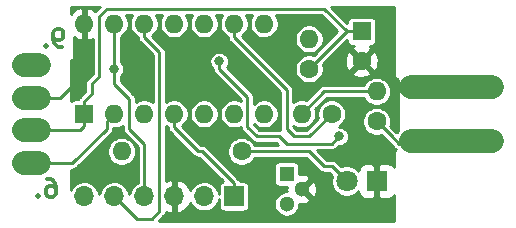
<source format=gbr>
G04 #@! TF.GenerationSoftware,KiCad,Pcbnew,(5.1.5)-3*
G04 #@! TF.CreationDate,2022-03-24T10:50:37-07:00*
G04 #@! TF.ProjectId,wiijoy,7769696a-6f79-42e6-9b69-6361645f7063,rev?*
G04 #@! TF.SameCoordinates,Original*
G04 #@! TF.FileFunction,Copper,L2,Bot*
G04 #@! TF.FilePolarity,Positive*
%FSLAX46Y46*%
G04 Gerber Fmt 4.6, Leading zero omitted, Abs format (unit mm)*
G04 Created by KiCad (PCBNEW (5.1.5)-3) date 2022-03-24 10:50:37*
%MOMM*%
%LPD*%
G04 APERTURE LIST*
%ADD10C,0.300000*%
%ADD11R,1.300000X1.300000*%
%ADD12C,1.300000*%
%ADD13O,1.600000X1.600000*%
%ADD14C,1.600000*%
%ADD15O,1.700000X1.700000*%
%ADD16R,1.700000X1.700000*%
%ADD17R,1.600000X1.600000*%
%ADD18C,1.800000*%
%ADD19R,1.800000X1.800000*%
%ADD20C,0.800000*%
%ADD21C,2.000000*%
%ADD22C,0.250000*%
%ADD23C,0.254000*%
G04 APERTURE END LIST*
D10*
X141841457Y-97782771D02*
X141555742Y-97782771D01*
X141412885Y-97711342D01*
X141341457Y-97639914D01*
X141198600Y-97425628D01*
X141127171Y-97139914D01*
X141127171Y-96568485D01*
X141198600Y-96425628D01*
X141270028Y-96354200D01*
X141412885Y-96282771D01*
X141698600Y-96282771D01*
X141841457Y-96354200D01*
X141912885Y-96425628D01*
X141984314Y-96568485D01*
X141984314Y-96925628D01*
X141912885Y-97068485D01*
X141841457Y-97139914D01*
X141698600Y-97211342D01*
X141412885Y-97211342D01*
X141270028Y-97139914D01*
X141198600Y-97068485D01*
X141127171Y-96925628D01*
X140484314Y-97639914D02*
X140412885Y-97711342D01*
X140484314Y-97782771D01*
X140555742Y-97711342D01*
X140484314Y-97639914D01*
X140484314Y-97782771D01*
X140635028Y-108982771D02*
X140920742Y-108982771D01*
X141063600Y-109054200D01*
X141135028Y-109125628D01*
X141277885Y-109339914D01*
X141349314Y-109625628D01*
X141349314Y-110197057D01*
X141277885Y-110339914D01*
X141206457Y-110411342D01*
X141063600Y-110482771D01*
X140777885Y-110482771D01*
X140635028Y-110411342D01*
X140563600Y-110339914D01*
X140492171Y-110197057D01*
X140492171Y-109839914D01*
X140563600Y-109697057D01*
X140635028Y-109625628D01*
X140777885Y-109554200D01*
X141063600Y-109554200D01*
X141206457Y-109625628D01*
X141277885Y-109697057D01*
X141349314Y-109839914D01*
X139849314Y-110339914D02*
X139777885Y-110411342D01*
X139849314Y-110482771D01*
X139920742Y-110411342D01*
X139849314Y-110339914D01*
X139849314Y-110482771D01*
D11*
X160883600Y-108534200D03*
D12*
X160883600Y-111074200D03*
X162153600Y-109804200D03*
D13*
X168503600Y-101549200D03*
D14*
X168503600Y-104089200D03*
D13*
X146913600Y-106629200D03*
D14*
X157073600Y-106629200D03*
D15*
X143738600Y-110439200D03*
X146278600Y-110439200D03*
X148818600Y-110439200D03*
X151358600Y-110439200D03*
X153898600Y-110439200D03*
D16*
X156438600Y-110439200D03*
D13*
X143738600Y-95834200D03*
X158978600Y-103454200D03*
X146278600Y-95834200D03*
X156438600Y-103454200D03*
X148818600Y-95834200D03*
X153898600Y-103454200D03*
X151358600Y-95834200D03*
X151358600Y-103454200D03*
X153898600Y-95834200D03*
X148818600Y-103454200D03*
X156438600Y-95834200D03*
X146278600Y-103454200D03*
X158978600Y-95834200D03*
D17*
X143738600Y-103454200D03*
D13*
X162788600Y-97104200D03*
D14*
X162788600Y-99644200D03*
D13*
X162153600Y-103454200D03*
D14*
X164693600Y-103454200D03*
D18*
X165963600Y-109147229D03*
D19*
X168503600Y-109147229D03*
D14*
X167233600Y-98969200D03*
D17*
X167233600Y-96469200D03*
D20*
X148818600Y-99009200D03*
X147548600Y-109169200D03*
X152146000Y-107746800D03*
X155092400Y-105283000D03*
X161137600Y-98602800D03*
X155168600Y-99009200D03*
X165328600Y-105359200D03*
X146278600Y-99644200D03*
D21*
X138658600Y-99304200D02*
X139928600Y-99304200D01*
D22*
X164058600Y-101549200D02*
X162153600Y-103454200D01*
X164058600Y-101549200D02*
X168503600Y-101549200D01*
D21*
X138658600Y-104844200D02*
X139928600Y-104844200D01*
D22*
X143738600Y-104504200D02*
X143738600Y-103454200D01*
X143398600Y-104844200D02*
X143738600Y-104504200D01*
X139928600Y-104844200D02*
X143398600Y-104844200D01*
X162788600Y-99229200D02*
X162788600Y-99644200D01*
X165963600Y-96469200D02*
X167233600Y-96469200D01*
X162788600Y-99644200D02*
X165963600Y-96469200D01*
X143738600Y-102404200D02*
X144373600Y-101769200D01*
X143738600Y-103454200D02*
X143738600Y-102404200D01*
X144373600Y-101769200D02*
X144373600Y-100914200D01*
X144373600Y-100914200D02*
X145008600Y-100279200D01*
X145008600Y-100279200D02*
X145008600Y-95199200D01*
X145008600Y-95199200D02*
X145643600Y-94564200D01*
X164058600Y-94564200D02*
X165963600Y-96469200D01*
X145643600Y-94564200D02*
X164058600Y-94564200D01*
D21*
X138658600Y-102074200D02*
X139928600Y-102074200D01*
X171388600Y-101179200D02*
X178288600Y-101179200D01*
D22*
X168503600Y-110297229D02*
X168503600Y-109147229D01*
X167091629Y-111709200D02*
X168503600Y-110297229D01*
X164058600Y-111709200D02*
X167091629Y-111709200D01*
X151358600Y-111641281D02*
X152061519Y-112344200D01*
X151358600Y-110439200D02*
X151358600Y-111641281D01*
X162153600Y-112344200D02*
X163423600Y-111074200D01*
X152061519Y-112344200D02*
X162153600Y-112344200D01*
X162153600Y-109804200D02*
X163423600Y-111074200D01*
X163423600Y-111074200D02*
X164058600Y-111709200D01*
X139928600Y-102074200D02*
X141723600Y-102074200D01*
X143738600Y-100059200D02*
X143738600Y-95834200D01*
X141723600Y-102074200D02*
X143738600Y-100059200D01*
X168543600Y-100279200D02*
X167233600Y-98969200D01*
X169773600Y-100279200D02*
X168543600Y-100279200D01*
X170673600Y-101179200D02*
X169773600Y-100279200D01*
X169138600Y-102819200D02*
X170778600Y-101179200D01*
X167233600Y-102819200D02*
X169138600Y-102819200D01*
X168503600Y-109147229D02*
X168503600Y-107997229D01*
X168503600Y-107997229D02*
X166598600Y-106092229D01*
X166598600Y-106092229D02*
X166598600Y-103454200D01*
X166598600Y-103454200D02*
X167233600Y-102819200D01*
X164715571Y-107899200D02*
X165963600Y-109147229D01*
X157073600Y-106629200D02*
X162788600Y-106629200D01*
X164058600Y-107899200D02*
X164715571Y-107899200D01*
X162788600Y-106629200D02*
X164058600Y-107899200D01*
D21*
X138658600Y-107614200D02*
X139928600Y-107614200D01*
D22*
X139928600Y-107614200D02*
X142753600Y-107614200D01*
X142753600Y-107614200D02*
X145643600Y-104724200D01*
X146278600Y-103454200D02*
X145643600Y-104089200D01*
X145643600Y-104089200D02*
X145643600Y-104724200D01*
X162788600Y-105359200D02*
X164693600Y-103454200D01*
X156438600Y-95834200D02*
X156438600Y-96965570D01*
X160883600Y-101410570D02*
X160883600Y-104724200D01*
X156438600Y-96965570D02*
X160883600Y-101410570D01*
X161518600Y-105359200D02*
X162788600Y-105359200D01*
X160883600Y-104724200D02*
X161518600Y-105359200D01*
D21*
X171388600Y-105779200D02*
X178288600Y-105779200D01*
D22*
X170408600Y-105994200D02*
X171173600Y-105994200D01*
X169773600Y-105359200D02*
X170408600Y-105994200D01*
X160248600Y-105359200D02*
X160883600Y-105994200D01*
X155168600Y-99644200D02*
X157563601Y-102039201D01*
X157563601Y-102039201D02*
X157563601Y-104579201D01*
X155168600Y-99009200D02*
X155168600Y-99644200D01*
X157563601Y-104579201D02*
X158343600Y-105359200D01*
X158343600Y-105359200D02*
X160248600Y-105359200D01*
X165328600Y-105359200D02*
X164693600Y-105994200D01*
X160883600Y-105994200D02*
X164693600Y-105994200D01*
X168503600Y-104089200D02*
X169773600Y-105359200D01*
X156438600Y-109339200D02*
X153728600Y-106629200D01*
X156438600Y-110439200D02*
X156438600Y-109339200D01*
X151358600Y-104585570D02*
X153402230Y-106629200D01*
X153402230Y-106629200D02*
X153728600Y-106629200D01*
X151358600Y-103454200D02*
X151358600Y-104585570D01*
X146278600Y-99644200D02*
X146278600Y-95834200D01*
X146278600Y-99644200D02*
X146278600Y-100914200D01*
X146278600Y-100914200D02*
X147548600Y-102184200D01*
X147548600Y-102184200D02*
X147548600Y-104724200D01*
X148818600Y-105994200D02*
X148818600Y-110439200D01*
X147548600Y-104724200D02*
X148818600Y-105994200D01*
X148818600Y-96965570D02*
X148818600Y-95834200D01*
X148183600Y-112344200D02*
X149453600Y-112344200D01*
X150088600Y-98235570D02*
X148818600Y-96965570D01*
X146278600Y-110439200D02*
X148183600Y-112344200D01*
X149453600Y-112344200D02*
X150088600Y-111709200D01*
X150088600Y-111709200D02*
X150088600Y-98235570D01*
D23*
G36*
X169956600Y-100086995D02*
G01*
X169954413Y-100109200D01*
X169963140Y-100197807D01*
X169988986Y-100283010D01*
X170030957Y-100361533D01*
X170084165Y-100426367D01*
X170087441Y-100430359D01*
X170156267Y-100486843D01*
X170234790Y-100528814D01*
X170281600Y-100543014D01*
X170281600Y-104878691D01*
X170196352Y-104982566D01*
X170189824Y-104994780D01*
X170183100Y-104988056D01*
X170183091Y-104988045D01*
X169671351Y-104476306D01*
X169683447Y-104447103D01*
X169730600Y-104210049D01*
X169730600Y-103968351D01*
X169683447Y-103731297D01*
X169590953Y-103507998D01*
X169456673Y-103307033D01*
X169285767Y-103136127D01*
X169084802Y-103001847D01*
X168861503Y-102909353D01*
X168624449Y-102862200D01*
X168382751Y-102862200D01*
X168145697Y-102909353D01*
X167922398Y-103001847D01*
X167721433Y-103136127D01*
X167550527Y-103307033D01*
X167416247Y-103507998D01*
X167323753Y-103731297D01*
X167276600Y-103968351D01*
X167276600Y-104210049D01*
X167323753Y-104447103D01*
X167416247Y-104670402D01*
X167550527Y-104871367D01*
X167721433Y-105042273D01*
X167922398Y-105176553D01*
X168145697Y-105269047D01*
X168382751Y-105316200D01*
X168624449Y-105316200D01*
X168861503Y-105269047D01*
X168890706Y-105256951D01*
X169402445Y-105768691D01*
X169402456Y-105768700D01*
X169999108Y-106365354D01*
X170016389Y-106386411D01*
X170037445Y-106403691D01*
X170037446Y-106403692D01*
X170100442Y-106455391D01*
X170116661Y-106464060D01*
X170087441Y-106488041D01*
X170030957Y-106556867D01*
X169988986Y-106635390D01*
X169963140Y-106720593D01*
X169954413Y-106809200D01*
X169956600Y-106831405D01*
X169956600Y-107934760D01*
X169934137Y-107892735D01*
X169854785Y-107796044D01*
X169758094Y-107716692D01*
X169647780Y-107657727D01*
X169528082Y-107621417D01*
X169403600Y-107609157D01*
X168789350Y-107612229D01*
X168630600Y-107770979D01*
X168630600Y-109020229D01*
X168650600Y-109020229D01*
X168650600Y-109274229D01*
X168630600Y-109274229D01*
X168630600Y-110523479D01*
X168789350Y-110682229D01*
X169403600Y-110685301D01*
X169528082Y-110673041D01*
X169647780Y-110636731D01*
X169758094Y-110577766D01*
X169854785Y-110498414D01*
X169934137Y-110401723D01*
X169956601Y-110359697D01*
X169956601Y-112527200D01*
X150051245Y-112527200D01*
X150459754Y-112118692D01*
X150480811Y-112101411D01*
X150549791Y-112017358D01*
X150601048Y-111921463D01*
X150632612Y-111817411D01*
X150640600Y-111736309D01*
X150640600Y-111736308D01*
X150640804Y-111734239D01*
X150854501Y-111836025D01*
X151001710Y-111880676D01*
X151231600Y-111759355D01*
X151231600Y-110566200D01*
X151211600Y-110566200D01*
X151211600Y-110312200D01*
X151231600Y-110312200D01*
X151231600Y-109119045D01*
X151001710Y-108997724D01*
X150854501Y-109042375D01*
X150640600Y-109144258D01*
X150640600Y-104450148D01*
X150777398Y-104541553D01*
X150806601Y-104553649D01*
X150806601Y-104558455D01*
X150803930Y-104585570D01*
X150814589Y-104693780D01*
X150846152Y-104797832D01*
X150897409Y-104893727D01*
X150897410Y-104893728D01*
X150966390Y-104977781D01*
X150987452Y-104995066D01*
X152992737Y-107000353D01*
X153010019Y-107021411D01*
X153031075Y-107038691D01*
X153094071Y-107090391D01*
X153119448Y-107103955D01*
X153189967Y-107141648D01*
X153294019Y-107173212D01*
X153375121Y-107181200D01*
X153375131Y-107181200D01*
X153402229Y-107183869D01*
X153429327Y-107181200D01*
X153499956Y-107181200D01*
X155491266Y-109172512D01*
X155424404Y-109192795D01*
X155350224Y-109232445D01*
X155285205Y-109285805D01*
X155231845Y-109350824D01*
X155192195Y-109425004D01*
X155167778Y-109505493D01*
X155159534Y-109589200D01*
X155159534Y-110232656D01*
X155126526Y-110066713D01*
X155030263Y-109834314D01*
X154890511Y-109625160D01*
X154712640Y-109447289D01*
X154503486Y-109307537D01*
X154271087Y-109211274D01*
X154024374Y-109162200D01*
X153772826Y-109162200D01*
X153526113Y-109211274D01*
X153293714Y-109307537D01*
X153084560Y-109447289D01*
X152906689Y-109625160D01*
X152766937Y-109834314D01*
X152737403Y-109905616D01*
X152702757Y-109807948D01*
X152553778Y-109557845D01*
X152358869Y-109341612D01*
X152125520Y-109167559D01*
X151862699Y-109042375D01*
X151715490Y-108997724D01*
X151485600Y-109119045D01*
X151485600Y-110312200D01*
X151505600Y-110312200D01*
X151505600Y-110566200D01*
X151485600Y-110566200D01*
X151485600Y-111759355D01*
X151715490Y-111880676D01*
X151862699Y-111836025D01*
X152125520Y-111710841D01*
X152358869Y-111536788D01*
X152553778Y-111320555D01*
X152702757Y-111070452D01*
X152737403Y-110972784D01*
X152766937Y-111044086D01*
X152906689Y-111253240D01*
X153084560Y-111431111D01*
X153293714Y-111570863D01*
X153526113Y-111667126D01*
X153772826Y-111716200D01*
X154024374Y-111716200D01*
X154271087Y-111667126D01*
X154503486Y-111570863D01*
X154712640Y-111431111D01*
X154890511Y-111253240D01*
X155030263Y-111044086D01*
X155126526Y-110811687D01*
X155159534Y-110645744D01*
X155159534Y-111289200D01*
X155167778Y-111372907D01*
X155192195Y-111453396D01*
X155231845Y-111527576D01*
X155285205Y-111592595D01*
X155350224Y-111645955D01*
X155424404Y-111685605D01*
X155504893Y-111710022D01*
X155588600Y-111718266D01*
X157288600Y-111718266D01*
X157372307Y-111710022D01*
X157452796Y-111685605D01*
X157526976Y-111645955D01*
X157591995Y-111592595D01*
X157645355Y-111527576D01*
X157685005Y-111453396D01*
X157709422Y-111372907D01*
X157717666Y-111289200D01*
X157717666Y-109589200D01*
X157709422Y-109505493D01*
X157685005Y-109425004D01*
X157645355Y-109350824D01*
X157591995Y-109285805D01*
X157526976Y-109232445D01*
X157452796Y-109192795D01*
X157372307Y-109168378D01*
X157288600Y-109160134D01*
X156961118Y-109160134D01*
X156951048Y-109126937D01*
X156899791Y-109031042D01*
X156848092Y-108968046D01*
X156848091Y-108968045D01*
X156830811Y-108946989D01*
X156809754Y-108929708D01*
X155764246Y-107884200D01*
X159804534Y-107884200D01*
X159804534Y-109184200D01*
X159812778Y-109267907D01*
X159837195Y-109348396D01*
X159876845Y-109422576D01*
X159930205Y-109487595D01*
X159995224Y-109540955D01*
X160069404Y-109580605D01*
X160149893Y-109605022D01*
X160233600Y-109613266D01*
X160877964Y-109613266D01*
X160874498Y-109627724D01*
X160864648Y-109880655D01*
X160883147Y-109997200D01*
X160777525Y-109997200D01*
X160569451Y-110038589D01*
X160373449Y-110119775D01*
X160197053Y-110237640D01*
X160047040Y-110387653D01*
X159929175Y-110564049D01*
X159847989Y-110760051D01*
X159806600Y-110968125D01*
X159806600Y-111180275D01*
X159847989Y-111388349D01*
X159929175Y-111584351D01*
X160047040Y-111760747D01*
X160197053Y-111910760D01*
X160373449Y-112028625D01*
X160569451Y-112109811D01*
X160777525Y-112151200D01*
X160989675Y-112151200D01*
X161197749Y-112109811D01*
X161393751Y-112028625D01*
X161570147Y-111910760D01*
X161720160Y-111760747D01*
X161838025Y-111584351D01*
X161919211Y-111388349D01*
X161960600Y-111180275D01*
X161960600Y-111079341D01*
X161977124Y-111083302D01*
X162230055Y-111093152D01*
X162480049Y-111053470D01*
X162717496Y-110965778D01*
X162806134Y-110918401D01*
X162859522Y-110689727D01*
X162153600Y-109983805D01*
X162139458Y-109997948D01*
X161959853Y-109818343D01*
X161973995Y-109804200D01*
X162333205Y-109804200D01*
X163039127Y-110510122D01*
X163267801Y-110456734D01*
X163373695Y-110226826D01*
X163432702Y-109980676D01*
X163442552Y-109727745D01*
X163402870Y-109477751D01*
X163315178Y-109240304D01*
X163267801Y-109151666D01*
X163039127Y-109098278D01*
X162333205Y-109804200D01*
X161973995Y-109804200D01*
X161959853Y-109790058D01*
X162139458Y-109610453D01*
X162153600Y-109624595D01*
X162859522Y-108918673D01*
X162806134Y-108689999D01*
X162576226Y-108584105D01*
X162330076Y-108525098D01*
X162077145Y-108515248D01*
X161962666Y-108533419D01*
X161962666Y-107884200D01*
X161954422Y-107800493D01*
X161930005Y-107720004D01*
X161890355Y-107645824D01*
X161836995Y-107580805D01*
X161771976Y-107527445D01*
X161697796Y-107487795D01*
X161617307Y-107463378D01*
X161533600Y-107455134D01*
X160233600Y-107455134D01*
X160149893Y-107463378D01*
X160069404Y-107487795D01*
X159995224Y-107527445D01*
X159930205Y-107580805D01*
X159876845Y-107645824D01*
X159837195Y-107720004D01*
X159812778Y-107800493D01*
X159804534Y-107884200D01*
X155764246Y-107884200D01*
X154138100Y-106258056D01*
X154120811Y-106236989D01*
X154036758Y-106168009D01*
X153940863Y-106116752D01*
X153836811Y-106085188D01*
X153755709Y-106077200D01*
X153755706Y-106077200D01*
X153728600Y-106074530D01*
X153701494Y-106077200D01*
X153630876Y-106077200D01*
X152032973Y-104479299D01*
X152140767Y-104407273D01*
X152311673Y-104236367D01*
X152445953Y-104035402D01*
X152538447Y-103812103D01*
X152585600Y-103575049D01*
X152585600Y-103333351D01*
X152671600Y-103333351D01*
X152671600Y-103575049D01*
X152718753Y-103812103D01*
X152811247Y-104035402D01*
X152945527Y-104236367D01*
X153116433Y-104407273D01*
X153317398Y-104541553D01*
X153540697Y-104634047D01*
X153777751Y-104681200D01*
X154019449Y-104681200D01*
X154256503Y-104634047D01*
X154479802Y-104541553D01*
X154680767Y-104407273D01*
X154851673Y-104236367D01*
X154985953Y-104035402D01*
X155078447Y-103812103D01*
X155125600Y-103575049D01*
X155125600Y-103333351D01*
X155078447Y-103096297D01*
X154985953Y-102872998D01*
X154851673Y-102672033D01*
X154680767Y-102501127D01*
X154479802Y-102366847D01*
X154256503Y-102274353D01*
X154019449Y-102227200D01*
X153777751Y-102227200D01*
X153540697Y-102274353D01*
X153317398Y-102366847D01*
X153116433Y-102501127D01*
X152945527Y-102672033D01*
X152811247Y-102872998D01*
X152718753Y-103096297D01*
X152671600Y-103333351D01*
X152585600Y-103333351D01*
X152538447Y-103096297D01*
X152445953Y-102872998D01*
X152311673Y-102672033D01*
X152140767Y-102501127D01*
X151939802Y-102366847D01*
X151716503Y-102274353D01*
X151479449Y-102227200D01*
X151237751Y-102227200D01*
X151000697Y-102274353D01*
X150777398Y-102366847D01*
X150640600Y-102458252D01*
X150640600Y-98262667D01*
X150643269Y-98235569D01*
X150640600Y-98208471D01*
X150640600Y-98208461D01*
X150632612Y-98127359D01*
X150601048Y-98023307D01*
X150576028Y-97976498D01*
X150549791Y-97927411D01*
X150498091Y-97864415D01*
X150480811Y-97843359D01*
X150459754Y-97826078D01*
X149492973Y-96859298D01*
X149600767Y-96787273D01*
X149771673Y-96616367D01*
X149905953Y-96415402D01*
X149998447Y-96192103D01*
X150045600Y-95955049D01*
X150045600Y-95713351D01*
X149998447Y-95476297D01*
X149905953Y-95252998D01*
X149814548Y-95116200D01*
X150362652Y-95116200D01*
X150271247Y-95252998D01*
X150178753Y-95476297D01*
X150131600Y-95713351D01*
X150131600Y-95955049D01*
X150178753Y-96192103D01*
X150271247Y-96415402D01*
X150405527Y-96616367D01*
X150576433Y-96787273D01*
X150777398Y-96921553D01*
X151000697Y-97014047D01*
X151237751Y-97061200D01*
X151479449Y-97061200D01*
X151716503Y-97014047D01*
X151939802Y-96921553D01*
X152140767Y-96787273D01*
X152311673Y-96616367D01*
X152445953Y-96415402D01*
X152538447Y-96192103D01*
X152585600Y-95955049D01*
X152585600Y-95713351D01*
X152538447Y-95476297D01*
X152445953Y-95252998D01*
X152354548Y-95116200D01*
X152902652Y-95116200D01*
X152811247Y-95252998D01*
X152718753Y-95476297D01*
X152671600Y-95713351D01*
X152671600Y-95955049D01*
X152718753Y-96192103D01*
X152811247Y-96415402D01*
X152945527Y-96616367D01*
X153116433Y-96787273D01*
X153317398Y-96921553D01*
X153540697Y-97014047D01*
X153777751Y-97061200D01*
X154019449Y-97061200D01*
X154256503Y-97014047D01*
X154479802Y-96921553D01*
X154680767Y-96787273D01*
X154851673Y-96616367D01*
X154985953Y-96415402D01*
X155078447Y-96192103D01*
X155125600Y-95955049D01*
X155125600Y-95713351D01*
X155078447Y-95476297D01*
X154985953Y-95252998D01*
X154894548Y-95116200D01*
X155442652Y-95116200D01*
X155351247Y-95252998D01*
X155258753Y-95476297D01*
X155211600Y-95713351D01*
X155211600Y-95955049D01*
X155258753Y-96192103D01*
X155351247Y-96415402D01*
X155485527Y-96616367D01*
X155656433Y-96787273D01*
X155857398Y-96921553D01*
X155886601Y-96933649D01*
X155886601Y-96938455D01*
X155883930Y-96965570D01*
X155894589Y-97073780D01*
X155926152Y-97177832D01*
X155977409Y-97273727D01*
X155977410Y-97273728D01*
X156046390Y-97357781D01*
X156067452Y-97375066D01*
X160331600Y-101639216D01*
X160331601Y-104697084D01*
X160328930Y-104724200D01*
X160337707Y-104813306D01*
X160275709Y-104807200D01*
X160275706Y-104807200D01*
X160248600Y-104804530D01*
X160221494Y-104807200D01*
X158572246Y-104807200D01*
X158115601Y-104350557D01*
X158115601Y-104326441D01*
X158196433Y-104407273D01*
X158397398Y-104541553D01*
X158620697Y-104634047D01*
X158857751Y-104681200D01*
X159099449Y-104681200D01*
X159336503Y-104634047D01*
X159559802Y-104541553D01*
X159760767Y-104407273D01*
X159931673Y-104236367D01*
X160065953Y-104035402D01*
X160158447Y-103812103D01*
X160205600Y-103575049D01*
X160205600Y-103333351D01*
X160158447Y-103096297D01*
X160065953Y-102872998D01*
X159931673Y-102672033D01*
X159760767Y-102501127D01*
X159559802Y-102366847D01*
X159336503Y-102274353D01*
X159099449Y-102227200D01*
X158857751Y-102227200D01*
X158620697Y-102274353D01*
X158397398Y-102366847D01*
X158196433Y-102501127D01*
X158115601Y-102581959D01*
X158115601Y-102066307D01*
X158118271Y-102039201D01*
X158112584Y-101981462D01*
X158107613Y-101930990D01*
X158076049Y-101826938D01*
X158024792Y-101731043D01*
X157955812Y-101646990D01*
X157934750Y-101629705D01*
X155823170Y-99518126D01*
X155901477Y-99400931D01*
X155963818Y-99250427D01*
X155995600Y-99090652D01*
X155995600Y-98927748D01*
X155963818Y-98767973D01*
X155901477Y-98617469D01*
X155810972Y-98482019D01*
X155695781Y-98366828D01*
X155560331Y-98276323D01*
X155409827Y-98213982D01*
X155250052Y-98182200D01*
X155087148Y-98182200D01*
X154927373Y-98213982D01*
X154776869Y-98276323D01*
X154641419Y-98366828D01*
X154526228Y-98482019D01*
X154435723Y-98617469D01*
X154373382Y-98767973D01*
X154341600Y-98927748D01*
X154341600Y-99090652D01*
X154373382Y-99250427D01*
X154435723Y-99400931D01*
X154526228Y-99536381D01*
X154615734Y-99625887D01*
X154613930Y-99644200D01*
X154616600Y-99671306D01*
X154616600Y-99671309D01*
X154624588Y-99752411D01*
X154635397Y-99788041D01*
X154656152Y-99856462D01*
X154698340Y-99935390D01*
X154707410Y-99952358D01*
X154776390Y-100036411D01*
X154797452Y-100053696D01*
X157011601Y-102267846D01*
X157011601Y-102363450D01*
X156796503Y-102274353D01*
X156559449Y-102227200D01*
X156317751Y-102227200D01*
X156080697Y-102274353D01*
X155857398Y-102366847D01*
X155656433Y-102501127D01*
X155485527Y-102672033D01*
X155351247Y-102872998D01*
X155258753Y-103096297D01*
X155211600Y-103333351D01*
X155211600Y-103575049D01*
X155258753Y-103812103D01*
X155351247Y-104035402D01*
X155485527Y-104236367D01*
X155656433Y-104407273D01*
X155857398Y-104541553D01*
X156080697Y-104634047D01*
X156317751Y-104681200D01*
X156559449Y-104681200D01*
X156796503Y-104634047D01*
X157011602Y-104544950D01*
X157011602Y-104552085D01*
X157008931Y-104579201D01*
X157019590Y-104687411D01*
X157051153Y-104791463D01*
X157102410Y-104887358D01*
X157102411Y-104887359D01*
X157171391Y-104971412D01*
X157192453Y-104988697D01*
X157934107Y-105730353D01*
X157951389Y-105751411D01*
X158035442Y-105820391D01*
X158131337Y-105871648D01*
X158235389Y-105903212D01*
X158316491Y-105911200D01*
X158316501Y-105911200D01*
X158343599Y-105913869D01*
X158370697Y-105911200D01*
X160019955Y-105911200D01*
X160185955Y-106077200D01*
X158173049Y-106077200D01*
X158160953Y-106047998D01*
X158026673Y-105847033D01*
X157855767Y-105676127D01*
X157654802Y-105541847D01*
X157431503Y-105449353D01*
X157194449Y-105402200D01*
X156952751Y-105402200D01*
X156715697Y-105449353D01*
X156492398Y-105541847D01*
X156291433Y-105676127D01*
X156120527Y-105847033D01*
X155986247Y-106047998D01*
X155893753Y-106271297D01*
X155846600Y-106508351D01*
X155846600Y-106750049D01*
X155893753Y-106987103D01*
X155986247Y-107210402D01*
X156120527Y-107411367D01*
X156291433Y-107582273D01*
X156492398Y-107716553D01*
X156715697Y-107809047D01*
X156952751Y-107856200D01*
X157194449Y-107856200D01*
X157431503Y-107809047D01*
X157654802Y-107716553D01*
X157855767Y-107582273D01*
X158026673Y-107411367D01*
X158160953Y-107210402D01*
X158173049Y-107181200D01*
X162559956Y-107181200D01*
X163649107Y-108270353D01*
X163666389Y-108291411D01*
X163687445Y-108308691D01*
X163750441Y-108360391D01*
X163801698Y-108387788D01*
X163846337Y-108411648D01*
X163950389Y-108443212D01*
X164031491Y-108451200D01*
X164031501Y-108451200D01*
X164058599Y-108453869D01*
X164085697Y-108451200D01*
X164486927Y-108451200D01*
X164719313Y-108683586D01*
X164687596Y-108760157D01*
X164636600Y-109016531D01*
X164636600Y-109277927D01*
X164687596Y-109534301D01*
X164787628Y-109775799D01*
X164932852Y-109993142D01*
X165117687Y-110177977D01*
X165335030Y-110323201D01*
X165576528Y-110423233D01*
X165832902Y-110474229D01*
X166094298Y-110474229D01*
X166350672Y-110423233D01*
X166592170Y-110323201D01*
X166809513Y-110177977D01*
X166965655Y-110021835D01*
X166965528Y-110047229D01*
X166977788Y-110171711D01*
X167014098Y-110291409D01*
X167073063Y-110401723D01*
X167152415Y-110498414D01*
X167249106Y-110577766D01*
X167359420Y-110636731D01*
X167479118Y-110673041D01*
X167603600Y-110685301D01*
X168217850Y-110682229D01*
X168376600Y-110523479D01*
X168376600Y-109274229D01*
X168356600Y-109274229D01*
X168356600Y-109020229D01*
X168376600Y-109020229D01*
X168376600Y-107770979D01*
X168217850Y-107612229D01*
X167603600Y-107609157D01*
X167479118Y-107621417D01*
X167359420Y-107657727D01*
X167249106Y-107716692D01*
X167152415Y-107796044D01*
X167073063Y-107892735D01*
X167014098Y-108003049D01*
X166977788Y-108122747D01*
X166965528Y-108247229D01*
X166965655Y-108272623D01*
X166809513Y-108116481D01*
X166592170Y-107971257D01*
X166350672Y-107871225D01*
X166094298Y-107820229D01*
X165832902Y-107820229D01*
X165576528Y-107871225D01*
X165499957Y-107902942D01*
X165125071Y-107528056D01*
X165107782Y-107506989D01*
X165023729Y-107438009D01*
X164927834Y-107386752D01*
X164823782Y-107355188D01*
X164742680Y-107347200D01*
X164742677Y-107347200D01*
X164715571Y-107344530D01*
X164688465Y-107347200D01*
X164287246Y-107347200D01*
X163486244Y-106546200D01*
X164666494Y-106546200D01*
X164693600Y-106548870D01*
X164720706Y-106546200D01*
X164720709Y-106546200D01*
X164801811Y-106538212D01*
X164905863Y-106506648D01*
X165001758Y-106455391D01*
X165085811Y-106386411D01*
X165103100Y-106365344D01*
X165282245Y-106186200D01*
X165410052Y-106186200D01*
X165569827Y-106154418D01*
X165720331Y-106092077D01*
X165855781Y-106001572D01*
X165970972Y-105886381D01*
X166061477Y-105750931D01*
X166123818Y-105600427D01*
X166155600Y-105440652D01*
X166155600Y-105277748D01*
X166123818Y-105117973D01*
X166061477Y-104967469D01*
X165970972Y-104832019D01*
X165855781Y-104716828D01*
X165720331Y-104626323D01*
X165569827Y-104563982D01*
X165410052Y-104532200D01*
X165288800Y-104532200D01*
X165475767Y-104407273D01*
X165646673Y-104236367D01*
X165780953Y-104035402D01*
X165873447Y-103812103D01*
X165920600Y-103575049D01*
X165920600Y-103333351D01*
X165873447Y-103096297D01*
X165780953Y-102872998D01*
X165646673Y-102672033D01*
X165475767Y-102501127D01*
X165274802Y-102366847D01*
X165051503Y-102274353D01*
X164814449Y-102227200D01*
X164572751Y-102227200D01*
X164335697Y-102274353D01*
X164112398Y-102366847D01*
X163911433Y-102501127D01*
X163740527Y-102672033D01*
X163606247Y-102872998D01*
X163513753Y-103096297D01*
X163466600Y-103333351D01*
X163466600Y-103575049D01*
X163513753Y-103812103D01*
X163525849Y-103841306D01*
X162559956Y-104807200D01*
X161747245Y-104807200D01*
X161435600Y-104495555D01*
X161435600Y-104450148D01*
X161572398Y-104541553D01*
X161795697Y-104634047D01*
X162032751Y-104681200D01*
X162274449Y-104681200D01*
X162511503Y-104634047D01*
X162734802Y-104541553D01*
X162935767Y-104407273D01*
X163106673Y-104236367D01*
X163240953Y-104035402D01*
X163333447Y-103812103D01*
X163380600Y-103575049D01*
X163380600Y-103333351D01*
X163333447Y-103096297D01*
X163321351Y-103067094D01*
X164287246Y-102101200D01*
X167404151Y-102101200D01*
X167416247Y-102130402D01*
X167550527Y-102331367D01*
X167721433Y-102502273D01*
X167922398Y-102636553D01*
X168145697Y-102729047D01*
X168382751Y-102776200D01*
X168624449Y-102776200D01*
X168861503Y-102729047D01*
X169084802Y-102636553D01*
X169285767Y-102502273D01*
X169456673Y-102331367D01*
X169590953Y-102130402D01*
X169683447Y-101907103D01*
X169730600Y-101670049D01*
X169730600Y-101428351D01*
X169683447Y-101191297D01*
X169590953Y-100967998D01*
X169456673Y-100767033D01*
X169285767Y-100596127D01*
X169084802Y-100461847D01*
X168861503Y-100369353D01*
X168624449Y-100322200D01*
X168382751Y-100322200D01*
X168145697Y-100369353D01*
X167922398Y-100461847D01*
X167721433Y-100596127D01*
X167550527Y-100767033D01*
X167416247Y-100967998D01*
X167404151Y-100997200D01*
X164085708Y-100997200D01*
X164058600Y-100994530D01*
X163950389Y-101005188D01*
X163846337Y-101036752D01*
X163750442Y-101088009D01*
X163703587Y-101126462D01*
X163666389Y-101156989D01*
X163649108Y-101178046D01*
X162540706Y-102286449D01*
X162511503Y-102274353D01*
X162274449Y-102227200D01*
X162032751Y-102227200D01*
X161795697Y-102274353D01*
X161572398Y-102366847D01*
X161435600Y-102458252D01*
X161435600Y-101437667D01*
X161438269Y-101410569D01*
X161435600Y-101383471D01*
X161435600Y-101383461D01*
X161427612Y-101302359D01*
X161396048Y-101198307D01*
X161357646Y-101126462D01*
X161344791Y-101102411D01*
X161293091Y-101039415D01*
X161275811Y-101018359D01*
X161254754Y-101001078D01*
X157112973Y-96859299D01*
X157220767Y-96787273D01*
X157391673Y-96616367D01*
X157525953Y-96415402D01*
X157618447Y-96192103D01*
X157665600Y-95955049D01*
X157665600Y-95713351D01*
X157618447Y-95476297D01*
X157525953Y-95252998D01*
X157434548Y-95116200D01*
X157982652Y-95116200D01*
X157891247Y-95252998D01*
X157798753Y-95476297D01*
X157751600Y-95713351D01*
X157751600Y-95955049D01*
X157798753Y-96192103D01*
X157891247Y-96415402D01*
X158025527Y-96616367D01*
X158196433Y-96787273D01*
X158397398Y-96921553D01*
X158620697Y-97014047D01*
X158857751Y-97061200D01*
X159099449Y-97061200D01*
X159336503Y-97014047D01*
X159410609Y-96983351D01*
X161561600Y-96983351D01*
X161561600Y-97225049D01*
X161608753Y-97462103D01*
X161701247Y-97685402D01*
X161835527Y-97886367D01*
X162006433Y-98057273D01*
X162207398Y-98191553D01*
X162430697Y-98284047D01*
X162667751Y-98331200D01*
X162909449Y-98331200D01*
X163146503Y-98284047D01*
X163369802Y-98191553D01*
X163570767Y-98057273D01*
X163741673Y-97886367D01*
X163875953Y-97685402D01*
X163968447Y-97462103D01*
X164015600Y-97225049D01*
X164015600Y-96983351D01*
X163968447Y-96746297D01*
X163875953Y-96522998D01*
X163741673Y-96322033D01*
X163570767Y-96151127D01*
X163369802Y-96016847D01*
X163146503Y-95924353D01*
X162909449Y-95877200D01*
X162667751Y-95877200D01*
X162430697Y-95924353D01*
X162207398Y-96016847D01*
X162006433Y-96151127D01*
X161835527Y-96322033D01*
X161701247Y-96522998D01*
X161608753Y-96746297D01*
X161561600Y-96983351D01*
X159410609Y-96983351D01*
X159559802Y-96921553D01*
X159760767Y-96787273D01*
X159931673Y-96616367D01*
X160065953Y-96415402D01*
X160158447Y-96192103D01*
X160205600Y-95955049D01*
X160205600Y-95713351D01*
X160158447Y-95476297D01*
X160065953Y-95252998D01*
X159974548Y-95116200D01*
X163829956Y-95116200D01*
X165182954Y-96469200D01*
X163175706Y-98476449D01*
X163146503Y-98464353D01*
X162909449Y-98417200D01*
X162667751Y-98417200D01*
X162430697Y-98464353D01*
X162207398Y-98556847D01*
X162006433Y-98691127D01*
X161835527Y-98862033D01*
X161701247Y-99062998D01*
X161608753Y-99286297D01*
X161561600Y-99523351D01*
X161561600Y-99765049D01*
X161608753Y-100002103D01*
X161701247Y-100225402D01*
X161835527Y-100426367D01*
X162006433Y-100597273D01*
X162207398Y-100731553D01*
X162430697Y-100824047D01*
X162667751Y-100871200D01*
X162909449Y-100871200D01*
X163146503Y-100824047D01*
X163369802Y-100731553D01*
X163570767Y-100597273D01*
X163741673Y-100426367D01*
X163875953Y-100225402D01*
X163968447Y-100002103D01*
X163976443Y-99961902D01*
X166420503Y-99961902D01*
X166492086Y-100205871D01*
X166747596Y-100326771D01*
X167021784Y-100395500D01*
X167304112Y-100409417D01*
X167583730Y-100367987D01*
X167849892Y-100272803D01*
X167975114Y-100205871D01*
X168046697Y-99961902D01*
X167233600Y-99148805D01*
X166420503Y-99961902D01*
X163976443Y-99961902D01*
X164015600Y-99765049D01*
X164015600Y-99523351D01*
X163968447Y-99286297D01*
X163956351Y-99257094D01*
X164173733Y-99039712D01*
X165793383Y-99039712D01*
X165834813Y-99319330D01*
X165929997Y-99585492D01*
X165996929Y-99710714D01*
X166240898Y-99782297D01*
X167053995Y-98969200D01*
X167413205Y-98969200D01*
X168226302Y-99782297D01*
X168470271Y-99710714D01*
X168591171Y-99455204D01*
X168659900Y-99181016D01*
X168673817Y-98898688D01*
X168632387Y-98619070D01*
X168537203Y-98352908D01*
X168470271Y-98227686D01*
X168226302Y-98156103D01*
X167413205Y-98969200D01*
X167053995Y-98969200D01*
X166240898Y-98156103D01*
X165996929Y-98227686D01*
X165876029Y-98483196D01*
X165807300Y-98757384D01*
X165793383Y-99039712D01*
X164173733Y-99039712D01*
X166004534Y-97208912D01*
X166004534Y-97269200D01*
X166012778Y-97352907D01*
X166037195Y-97433396D01*
X166076845Y-97507576D01*
X166130205Y-97572595D01*
X166195224Y-97625955D01*
X166269404Y-97665605D01*
X166349893Y-97690022D01*
X166433600Y-97698266D01*
X166556188Y-97698266D01*
X166492086Y-97732529D01*
X166420503Y-97976498D01*
X167233600Y-98789595D01*
X168046697Y-97976498D01*
X167975114Y-97732529D01*
X167902703Y-97698266D01*
X168033600Y-97698266D01*
X168117307Y-97690022D01*
X168197796Y-97665605D01*
X168271976Y-97625955D01*
X168336995Y-97572595D01*
X168390355Y-97507576D01*
X168430005Y-97433396D01*
X168454422Y-97352907D01*
X168462666Y-97269200D01*
X168462666Y-95669200D01*
X168454422Y-95585493D01*
X168430005Y-95505004D01*
X168390355Y-95430824D01*
X168336995Y-95365805D01*
X168271976Y-95312445D01*
X168197796Y-95272795D01*
X168117307Y-95248378D01*
X168033600Y-95240134D01*
X166433600Y-95240134D01*
X166349893Y-95248378D01*
X166269404Y-95272795D01*
X166195224Y-95312445D01*
X166130205Y-95365805D01*
X166076845Y-95430824D01*
X166037195Y-95505004D01*
X166012778Y-95585493D01*
X166004534Y-95669200D01*
X166004534Y-95729488D01*
X164656244Y-94381200D01*
X169956601Y-94381200D01*
X169956600Y-100086995D01*
G37*
X169956600Y-100086995D02*
X169954413Y-100109200D01*
X169963140Y-100197807D01*
X169988986Y-100283010D01*
X170030957Y-100361533D01*
X170084165Y-100426367D01*
X170087441Y-100430359D01*
X170156267Y-100486843D01*
X170234790Y-100528814D01*
X170281600Y-100543014D01*
X170281600Y-104878691D01*
X170196352Y-104982566D01*
X170189824Y-104994780D01*
X170183100Y-104988056D01*
X170183091Y-104988045D01*
X169671351Y-104476306D01*
X169683447Y-104447103D01*
X169730600Y-104210049D01*
X169730600Y-103968351D01*
X169683447Y-103731297D01*
X169590953Y-103507998D01*
X169456673Y-103307033D01*
X169285767Y-103136127D01*
X169084802Y-103001847D01*
X168861503Y-102909353D01*
X168624449Y-102862200D01*
X168382751Y-102862200D01*
X168145697Y-102909353D01*
X167922398Y-103001847D01*
X167721433Y-103136127D01*
X167550527Y-103307033D01*
X167416247Y-103507998D01*
X167323753Y-103731297D01*
X167276600Y-103968351D01*
X167276600Y-104210049D01*
X167323753Y-104447103D01*
X167416247Y-104670402D01*
X167550527Y-104871367D01*
X167721433Y-105042273D01*
X167922398Y-105176553D01*
X168145697Y-105269047D01*
X168382751Y-105316200D01*
X168624449Y-105316200D01*
X168861503Y-105269047D01*
X168890706Y-105256951D01*
X169402445Y-105768691D01*
X169402456Y-105768700D01*
X169999108Y-106365354D01*
X170016389Y-106386411D01*
X170037445Y-106403691D01*
X170037446Y-106403692D01*
X170100442Y-106455391D01*
X170116661Y-106464060D01*
X170087441Y-106488041D01*
X170030957Y-106556867D01*
X169988986Y-106635390D01*
X169963140Y-106720593D01*
X169954413Y-106809200D01*
X169956600Y-106831405D01*
X169956600Y-107934760D01*
X169934137Y-107892735D01*
X169854785Y-107796044D01*
X169758094Y-107716692D01*
X169647780Y-107657727D01*
X169528082Y-107621417D01*
X169403600Y-107609157D01*
X168789350Y-107612229D01*
X168630600Y-107770979D01*
X168630600Y-109020229D01*
X168650600Y-109020229D01*
X168650600Y-109274229D01*
X168630600Y-109274229D01*
X168630600Y-110523479D01*
X168789350Y-110682229D01*
X169403600Y-110685301D01*
X169528082Y-110673041D01*
X169647780Y-110636731D01*
X169758094Y-110577766D01*
X169854785Y-110498414D01*
X169934137Y-110401723D01*
X169956601Y-110359697D01*
X169956601Y-112527200D01*
X150051245Y-112527200D01*
X150459754Y-112118692D01*
X150480811Y-112101411D01*
X150549791Y-112017358D01*
X150601048Y-111921463D01*
X150632612Y-111817411D01*
X150640600Y-111736309D01*
X150640600Y-111736308D01*
X150640804Y-111734239D01*
X150854501Y-111836025D01*
X151001710Y-111880676D01*
X151231600Y-111759355D01*
X151231600Y-110566200D01*
X151211600Y-110566200D01*
X151211600Y-110312200D01*
X151231600Y-110312200D01*
X151231600Y-109119045D01*
X151001710Y-108997724D01*
X150854501Y-109042375D01*
X150640600Y-109144258D01*
X150640600Y-104450148D01*
X150777398Y-104541553D01*
X150806601Y-104553649D01*
X150806601Y-104558455D01*
X150803930Y-104585570D01*
X150814589Y-104693780D01*
X150846152Y-104797832D01*
X150897409Y-104893727D01*
X150897410Y-104893728D01*
X150966390Y-104977781D01*
X150987452Y-104995066D01*
X152992737Y-107000353D01*
X153010019Y-107021411D01*
X153031075Y-107038691D01*
X153094071Y-107090391D01*
X153119448Y-107103955D01*
X153189967Y-107141648D01*
X153294019Y-107173212D01*
X153375121Y-107181200D01*
X153375131Y-107181200D01*
X153402229Y-107183869D01*
X153429327Y-107181200D01*
X153499956Y-107181200D01*
X155491266Y-109172512D01*
X155424404Y-109192795D01*
X155350224Y-109232445D01*
X155285205Y-109285805D01*
X155231845Y-109350824D01*
X155192195Y-109425004D01*
X155167778Y-109505493D01*
X155159534Y-109589200D01*
X155159534Y-110232656D01*
X155126526Y-110066713D01*
X155030263Y-109834314D01*
X154890511Y-109625160D01*
X154712640Y-109447289D01*
X154503486Y-109307537D01*
X154271087Y-109211274D01*
X154024374Y-109162200D01*
X153772826Y-109162200D01*
X153526113Y-109211274D01*
X153293714Y-109307537D01*
X153084560Y-109447289D01*
X152906689Y-109625160D01*
X152766937Y-109834314D01*
X152737403Y-109905616D01*
X152702757Y-109807948D01*
X152553778Y-109557845D01*
X152358869Y-109341612D01*
X152125520Y-109167559D01*
X151862699Y-109042375D01*
X151715490Y-108997724D01*
X151485600Y-109119045D01*
X151485600Y-110312200D01*
X151505600Y-110312200D01*
X151505600Y-110566200D01*
X151485600Y-110566200D01*
X151485600Y-111759355D01*
X151715490Y-111880676D01*
X151862699Y-111836025D01*
X152125520Y-111710841D01*
X152358869Y-111536788D01*
X152553778Y-111320555D01*
X152702757Y-111070452D01*
X152737403Y-110972784D01*
X152766937Y-111044086D01*
X152906689Y-111253240D01*
X153084560Y-111431111D01*
X153293714Y-111570863D01*
X153526113Y-111667126D01*
X153772826Y-111716200D01*
X154024374Y-111716200D01*
X154271087Y-111667126D01*
X154503486Y-111570863D01*
X154712640Y-111431111D01*
X154890511Y-111253240D01*
X155030263Y-111044086D01*
X155126526Y-110811687D01*
X155159534Y-110645744D01*
X155159534Y-111289200D01*
X155167778Y-111372907D01*
X155192195Y-111453396D01*
X155231845Y-111527576D01*
X155285205Y-111592595D01*
X155350224Y-111645955D01*
X155424404Y-111685605D01*
X155504893Y-111710022D01*
X155588600Y-111718266D01*
X157288600Y-111718266D01*
X157372307Y-111710022D01*
X157452796Y-111685605D01*
X157526976Y-111645955D01*
X157591995Y-111592595D01*
X157645355Y-111527576D01*
X157685005Y-111453396D01*
X157709422Y-111372907D01*
X157717666Y-111289200D01*
X157717666Y-109589200D01*
X157709422Y-109505493D01*
X157685005Y-109425004D01*
X157645355Y-109350824D01*
X157591995Y-109285805D01*
X157526976Y-109232445D01*
X157452796Y-109192795D01*
X157372307Y-109168378D01*
X157288600Y-109160134D01*
X156961118Y-109160134D01*
X156951048Y-109126937D01*
X156899791Y-109031042D01*
X156848092Y-108968046D01*
X156848091Y-108968045D01*
X156830811Y-108946989D01*
X156809754Y-108929708D01*
X155764246Y-107884200D01*
X159804534Y-107884200D01*
X159804534Y-109184200D01*
X159812778Y-109267907D01*
X159837195Y-109348396D01*
X159876845Y-109422576D01*
X159930205Y-109487595D01*
X159995224Y-109540955D01*
X160069404Y-109580605D01*
X160149893Y-109605022D01*
X160233600Y-109613266D01*
X160877964Y-109613266D01*
X160874498Y-109627724D01*
X160864648Y-109880655D01*
X160883147Y-109997200D01*
X160777525Y-109997200D01*
X160569451Y-110038589D01*
X160373449Y-110119775D01*
X160197053Y-110237640D01*
X160047040Y-110387653D01*
X159929175Y-110564049D01*
X159847989Y-110760051D01*
X159806600Y-110968125D01*
X159806600Y-111180275D01*
X159847989Y-111388349D01*
X159929175Y-111584351D01*
X160047040Y-111760747D01*
X160197053Y-111910760D01*
X160373449Y-112028625D01*
X160569451Y-112109811D01*
X160777525Y-112151200D01*
X160989675Y-112151200D01*
X161197749Y-112109811D01*
X161393751Y-112028625D01*
X161570147Y-111910760D01*
X161720160Y-111760747D01*
X161838025Y-111584351D01*
X161919211Y-111388349D01*
X161960600Y-111180275D01*
X161960600Y-111079341D01*
X161977124Y-111083302D01*
X162230055Y-111093152D01*
X162480049Y-111053470D01*
X162717496Y-110965778D01*
X162806134Y-110918401D01*
X162859522Y-110689727D01*
X162153600Y-109983805D01*
X162139458Y-109997948D01*
X161959853Y-109818343D01*
X161973995Y-109804200D01*
X162333205Y-109804200D01*
X163039127Y-110510122D01*
X163267801Y-110456734D01*
X163373695Y-110226826D01*
X163432702Y-109980676D01*
X163442552Y-109727745D01*
X163402870Y-109477751D01*
X163315178Y-109240304D01*
X163267801Y-109151666D01*
X163039127Y-109098278D01*
X162333205Y-109804200D01*
X161973995Y-109804200D01*
X161959853Y-109790058D01*
X162139458Y-109610453D01*
X162153600Y-109624595D01*
X162859522Y-108918673D01*
X162806134Y-108689999D01*
X162576226Y-108584105D01*
X162330076Y-108525098D01*
X162077145Y-108515248D01*
X161962666Y-108533419D01*
X161962666Y-107884200D01*
X161954422Y-107800493D01*
X161930005Y-107720004D01*
X161890355Y-107645824D01*
X161836995Y-107580805D01*
X161771976Y-107527445D01*
X161697796Y-107487795D01*
X161617307Y-107463378D01*
X161533600Y-107455134D01*
X160233600Y-107455134D01*
X160149893Y-107463378D01*
X160069404Y-107487795D01*
X159995224Y-107527445D01*
X159930205Y-107580805D01*
X159876845Y-107645824D01*
X159837195Y-107720004D01*
X159812778Y-107800493D01*
X159804534Y-107884200D01*
X155764246Y-107884200D01*
X154138100Y-106258056D01*
X154120811Y-106236989D01*
X154036758Y-106168009D01*
X153940863Y-106116752D01*
X153836811Y-106085188D01*
X153755709Y-106077200D01*
X153755706Y-106077200D01*
X153728600Y-106074530D01*
X153701494Y-106077200D01*
X153630876Y-106077200D01*
X152032973Y-104479299D01*
X152140767Y-104407273D01*
X152311673Y-104236367D01*
X152445953Y-104035402D01*
X152538447Y-103812103D01*
X152585600Y-103575049D01*
X152585600Y-103333351D01*
X152671600Y-103333351D01*
X152671600Y-103575049D01*
X152718753Y-103812103D01*
X152811247Y-104035402D01*
X152945527Y-104236367D01*
X153116433Y-104407273D01*
X153317398Y-104541553D01*
X153540697Y-104634047D01*
X153777751Y-104681200D01*
X154019449Y-104681200D01*
X154256503Y-104634047D01*
X154479802Y-104541553D01*
X154680767Y-104407273D01*
X154851673Y-104236367D01*
X154985953Y-104035402D01*
X155078447Y-103812103D01*
X155125600Y-103575049D01*
X155125600Y-103333351D01*
X155078447Y-103096297D01*
X154985953Y-102872998D01*
X154851673Y-102672033D01*
X154680767Y-102501127D01*
X154479802Y-102366847D01*
X154256503Y-102274353D01*
X154019449Y-102227200D01*
X153777751Y-102227200D01*
X153540697Y-102274353D01*
X153317398Y-102366847D01*
X153116433Y-102501127D01*
X152945527Y-102672033D01*
X152811247Y-102872998D01*
X152718753Y-103096297D01*
X152671600Y-103333351D01*
X152585600Y-103333351D01*
X152538447Y-103096297D01*
X152445953Y-102872998D01*
X152311673Y-102672033D01*
X152140767Y-102501127D01*
X151939802Y-102366847D01*
X151716503Y-102274353D01*
X151479449Y-102227200D01*
X151237751Y-102227200D01*
X151000697Y-102274353D01*
X150777398Y-102366847D01*
X150640600Y-102458252D01*
X150640600Y-98262667D01*
X150643269Y-98235569D01*
X150640600Y-98208471D01*
X150640600Y-98208461D01*
X150632612Y-98127359D01*
X150601048Y-98023307D01*
X150576028Y-97976498D01*
X150549791Y-97927411D01*
X150498091Y-97864415D01*
X150480811Y-97843359D01*
X150459754Y-97826078D01*
X149492973Y-96859298D01*
X149600767Y-96787273D01*
X149771673Y-96616367D01*
X149905953Y-96415402D01*
X149998447Y-96192103D01*
X150045600Y-95955049D01*
X150045600Y-95713351D01*
X149998447Y-95476297D01*
X149905953Y-95252998D01*
X149814548Y-95116200D01*
X150362652Y-95116200D01*
X150271247Y-95252998D01*
X150178753Y-95476297D01*
X150131600Y-95713351D01*
X150131600Y-95955049D01*
X150178753Y-96192103D01*
X150271247Y-96415402D01*
X150405527Y-96616367D01*
X150576433Y-96787273D01*
X150777398Y-96921553D01*
X151000697Y-97014047D01*
X151237751Y-97061200D01*
X151479449Y-97061200D01*
X151716503Y-97014047D01*
X151939802Y-96921553D01*
X152140767Y-96787273D01*
X152311673Y-96616367D01*
X152445953Y-96415402D01*
X152538447Y-96192103D01*
X152585600Y-95955049D01*
X152585600Y-95713351D01*
X152538447Y-95476297D01*
X152445953Y-95252998D01*
X152354548Y-95116200D01*
X152902652Y-95116200D01*
X152811247Y-95252998D01*
X152718753Y-95476297D01*
X152671600Y-95713351D01*
X152671600Y-95955049D01*
X152718753Y-96192103D01*
X152811247Y-96415402D01*
X152945527Y-96616367D01*
X153116433Y-96787273D01*
X153317398Y-96921553D01*
X153540697Y-97014047D01*
X153777751Y-97061200D01*
X154019449Y-97061200D01*
X154256503Y-97014047D01*
X154479802Y-96921553D01*
X154680767Y-96787273D01*
X154851673Y-96616367D01*
X154985953Y-96415402D01*
X155078447Y-96192103D01*
X155125600Y-95955049D01*
X155125600Y-95713351D01*
X155078447Y-95476297D01*
X154985953Y-95252998D01*
X154894548Y-95116200D01*
X155442652Y-95116200D01*
X155351247Y-95252998D01*
X155258753Y-95476297D01*
X155211600Y-95713351D01*
X155211600Y-95955049D01*
X155258753Y-96192103D01*
X155351247Y-96415402D01*
X155485527Y-96616367D01*
X155656433Y-96787273D01*
X155857398Y-96921553D01*
X155886601Y-96933649D01*
X155886601Y-96938455D01*
X155883930Y-96965570D01*
X155894589Y-97073780D01*
X155926152Y-97177832D01*
X155977409Y-97273727D01*
X155977410Y-97273728D01*
X156046390Y-97357781D01*
X156067452Y-97375066D01*
X160331600Y-101639216D01*
X160331601Y-104697084D01*
X160328930Y-104724200D01*
X160337707Y-104813306D01*
X160275709Y-104807200D01*
X160275706Y-104807200D01*
X160248600Y-104804530D01*
X160221494Y-104807200D01*
X158572246Y-104807200D01*
X158115601Y-104350557D01*
X158115601Y-104326441D01*
X158196433Y-104407273D01*
X158397398Y-104541553D01*
X158620697Y-104634047D01*
X158857751Y-104681200D01*
X159099449Y-104681200D01*
X159336503Y-104634047D01*
X159559802Y-104541553D01*
X159760767Y-104407273D01*
X159931673Y-104236367D01*
X160065953Y-104035402D01*
X160158447Y-103812103D01*
X160205600Y-103575049D01*
X160205600Y-103333351D01*
X160158447Y-103096297D01*
X160065953Y-102872998D01*
X159931673Y-102672033D01*
X159760767Y-102501127D01*
X159559802Y-102366847D01*
X159336503Y-102274353D01*
X159099449Y-102227200D01*
X158857751Y-102227200D01*
X158620697Y-102274353D01*
X158397398Y-102366847D01*
X158196433Y-102501127D01*
X158115601Y-102581959D01*
X158115601Y-102066307D01*
X158118271Y-102039201D01*
X158112584Y-101981462D01*
X158107613Y-101930990D01*
X158076049Y-101826938D01*
X158024792Y-101731043D01*
X157955812Y-101646990D01*
X157934750Y-101629705D01*
X155823170Y-99518126D01*
X155901477Y-99400931D01*
X155963818Y-99250427D01*
X155995600Y-99090652D01*
X155995600Y-98927748D01*
X155963818Y-98767973D01*
X155901477Y-98617469D01*
X155810972Y-98482019D01*
X155695781Y-98366828D01*
X155560331Y-98276323D01*
X155409827Y-98213982D01*
X155250052Y-98182200D01*
X155087148Y-98182200D01*
X154927373Y-98213982D01*
X154776869Y-98276323D01*
X154641419Y-98366828D01*
X154526228Y-98482019D01*
X154435723Y-98617469D01*
X154373382Y-98767973D01*
X154341600Y-98927748D01*
X154341600Y-99090652D01*
X154373382Y-99250427D01*
X154435723Y-99400931D01*
X154526228Y-99536381D01*
X154615734Y-99625887D01*
X154613930Y-99644200D01*
X154616600Y-99671306D01*
X154616600Y-99671309D01*
X154624588Y-99752411D01*
X154635397Y-99788041D01*
X154656152Y-99856462D01*
X154698340Y-99935390D01*
X154707410Y-99952358D01*
X154776390Y-100036411D01*
X154797452Y-100053696D01*
X157011601Y-102267846D01*
X157011601Y-102363450D01*
X156796503Y-102274353D01*
X156559449Y-102227200D01*
X156317751Y-102227200D01*
X156080697Y-102274353D01*
X155857398Y-102366847D01*
X155656433Y-102501127D01*
X155485527Y-102672033D01*
X155351247Y-102872998D01*
X155258753Y-103096297D01*
X155211600Y-103333351D01*
X155211600Y-103575049D01*
X155258753Y-103812103D01*
X155351247Y-104035402D01*
X155485527Y-104236367D01*
X155656433Y-104407273D01*
X155857398Y-104541553D01*
X156080697Y-104634047D01*
X156317751Y-104681200D01*
X156559449Y-104681200D01*
X156796503Y-104634047D01*
X157011602Y-104544950D01*
X157011602Y-104552085D01*
X157008931Y-104579201D01*
X157019590Y-104687411D01*
X157051153Y-104791463D01*
X157102410Y-104887358D01*
X157102411Y-104887359D01*
X157171391Y-104971412D01*
X157192453Y-104988697D01*
X157934107Y-105730353D01*
X157951389Y-105751411D01*
X158035442Y-105820391D01*
X158131337Y-105871648D01*
X158235389Y-105903212D01*
X158316491Y-105911200D01*
X158316501Y-105911200D01*
X158343599Y-105913869D01*
X158370697Y-105911200D01*
X160019955Y-105911200D01*
X160185955Y-106077200D01*
X158173049Y-106077200D01*
X158160953Y-106047998D01*
X158026673Y-105847033D01*
X157855767Y-105676127D01*
X157654802Y-105541847D01*
X157431503Y-105449353D01*
X157194449Y-105402200D01*
X156952751Y-105402200D01*
X156715697Y-105449353D01*
X156492398Y-105541847D01*
X156291433Y-105676127D01*
X156120527Y-105847033D01*
X155986247Y-106047998D01*
X155893753Y-106271297D01*
X155846600Y-106508351D01*
X155846600Y-106750049D01*
X155893753Y-106987103D01*
X155986247Y-107210402D01*
X156120527Y-107411367D01*
X156291433Y-107582273D01*
X156492398Y-107716553D01*
X156715697Y-107809047D01*
X156952751Y-107856200D01*
X157194449Y-107856200D01*
X157431503Y-107809047D01*
X157654802Y-107716553D01*
X157855767Y-107582273D01*
X158026673Y-107411367D01*
X158160953Y-107210402D01*
X158173049Y-107181200D01*
X162559956Y-107181200D01*
X163649107Y-108270353D01*
X163666389Y-108291411D01*
X163687445Y-108308691D01*
X163750441Y-108360391D01*
X163801698Y-108387788D01*
X163846337Y-108411648D01*
X163950389Y-108443212D01*
X164031491Y-108451200D01*
X164031501Y-108451200D01*
X164058599Y-108453869D01*
X164085697Y-108451200D01*
X164486927Y-108451200D01*
X164719313Y-108683586D01*
X164687596Y-108760157D01*
X164636600Y-109016531D01*
X164636600Y-109277927D01*
X164687596Y-109534301D01*
X164787628Y-109775799D01*
X164932852Y-109993142D01*
X165117687Y-110177977D01*
X165335030Y-110323201D01*
X165576528Y-110423233D01*
X165832902Y-110474229D01*
X166094298Y-110474229D01*
X166350672Y-110423233D01*
X166592170Y-110323201D01*
X166809513Y-110177977D01*
X166965655Y-110021835D01*
X166965528Y-110047229D01*
X166977788Y-110171711D01*
X167014098Y-110291409D01*
X167073063Y-110401723D01*
X167152415Y-110498414D01*
X167249106Y-110577766D01*
X167359420Y-110636731D01*
X167479118Y-110673041D01*
X167603600Y-110685301D01*
X168217850Y-110682229D01*
X168376600Y-110523479D01*
X168376600Y-109274229D01*
X168356600Y-109274229D01*
X168356600Y-109020229D01*
X168376600Y-109020229D01*
X168376600Y-107770979D01*
X168217850Y-107612229D01*
X167603600Y-107609157D01*
X167479118Y-107621417D01*
X167359420Y-107657727D01*
X167249106Y-107716692D01*
X167152415Y-107796044D01*
X167073063Y-107892735D01*
X167014098Y-108003049D01*
X166977788Y-108122747D01*
X166965528Y-108247229D01*
X166965655Y-108272623D01*
X166809513Y-108116481D01*
X166592170Y-107971257D01*
X166350672Y-107871225D01*
X166094298Y-107820229D01*
X165832902Y-107820229D01*
X165576528Y-107871225D01*
X165499957Y-107902942D01*
X165125071Y-107528056D01*
X165107782Y-107506989D01*
X165023729Y-107438009D01*
X164927834Y-107386752D01*
X164823782Y-107355188D01*
X164742680Y-107347200D01*
X164742677Y-107347200D01*
X164715571Y-107344530D01*
X164688465Y-107347200D01*
X164287246Y-107347200D01*
X163486244Y-106546200D01*
X164666494Y-106546200D01*
X164693600Y-106548870D01*
X164720706Y-106546200D01*
X164720709Y-106546200D01*
X164801811Y-106538212D01*
X164905863Y-106506648D01*
X165001758Y-106455391D01*
X165085811Y-106386411D01*
X165103100Y-106365344D01*
X165282245Y-106186200D01*
X165410052Y-106186200D01*
X165569827Y-106154418D01*
X165720331Y-106092077D01*
X165855781Y-106001572D01*
X165970972Y-105886381D01*
X166061477Y-105750931D01*
X166123818Y-105600427D01*
X166155600Y-105440652D01*
X166155600Y-105277748D01*
X166123818Y-105117973D01*
X166061477Y-104967469D01*
X165970972Y-104832019D01*
X165855781Y-104716828D01*
X165720331Y-104626323D01*
X165569827Y-104563982D01*
X165410052Y-104532200D01*
X165288800Y-104532200D01*
X165475767Y-104407273D01*
X165646673Y-104236367D01*
X165780953Y-104035402D01*
X165873447Y-103812103D01*
X165920600Y-103575049D01*
X165920600Y-103333351D01*
X165873447Y-103096297D01*
X165780953Y-102872998D01*
X165646673Y-102672033D01*
X165475767Y-102501127D01*
X165274802Y-102366847D01*
X165051503Y-102274353D01*
X164814449Y-102227200D01*
X164572751Y-102227200D01*
X164335697Y-102274353D01*
X164112398Y-102366847D01*
X163911433Y-102501127D01*
X163740527Y-102672033D01*
X163606247Y-102872998D01*
X163513753Y-103096297D01*
X163466600Y-103333351D01*
X163466600Y-103575049D01*
X163513753Y-103812103D01*
X163525849Y-103841306D01*
X162559956Y-104807200D01*
X161747245Y-104807200D01*
X161435600Y-104495555D01*
X161435600Y-104450148D01*
X161572398Y-104541553D01*
X161795697Y-104634047D01*
X162032751Y-104681200D01*
X162274449Y-104681200D01*
X162511503Y-104634047D01*
X162734802Y-104541553D01*
X162935767Y-104407273D01*
X163106673Y-104236367D01*
X163240953Y-104035402D01*
X163333447Y-103812103D01*
X163380600Y-103575049D01*
X163380600Y-103333351D01*
X163333447Y-103096297D01*
X163321351Y-103067094D01*
X164287246Y-102101200D01*
X167404151Y-102101200D01*
X167416247Y-102130402D01*
X167550527Y-102331367D01*
X167721433Y-102502273D01*
X167922398Y-102636553D01*
X168145697Y-102729047D01*
X168382751Y-102776200D01*
X168624449Y-102776200D01*
X168861503Y-102729047D01*
X169084802Y-102636553D01*
X169285767Y-102502273D01*
X169456673Y-102331367D01*
X169590953Y-102130402D01*
X169683447Y-101907103D01*
X169730600Y-101670049D01*
X169730600Y-101428351D01*
X169683447Y-101191297D01*
X169590953Y-100967998D01*
X169456673Y-100767033D01*
X169285767Y-100596127D01*
X169084802Y-100461847D01*
X168861503Y-100369353D01*
X168624449Y-100322200D01*
X168382751Y-100322200D01*
X168145697Y-100369353D01*
X167922398Y-100461847D01*
X167721433Y-100596127D01*
X167550527Y-100767033D01*
X167416247Y-100967998D01*
X167404151Y-100997200D01*
X164085708Y-100997200D01*
X164058600Y-100994530D01*
X163950389Y-101005188D01*
X163846337Y-101036752D01*
X163750442Y-101088009D01*
X163703587Y-101126462D01*
X163666389Y-101156989D01*
X163649108Y-101178046D01*
X162540706Y-102286449D01*
X162511503Y-102274353D01*
X162274449Y-102227200D01*
X162032751Y-102227200D01*
X161795697Y-102274353D01*
X161572398Y-102366847D01*
X161435600Y-102458252D01*
X161435600Y-101437667D01*
X161438269Y-101410569D01*
X161435600Y-101383471D01*
X161435600Y-101383461D01*
X161427612Y-101302359D01*
X161396048Y-101198307D01*
X161357646Y-101126462D01*
X161344791Y-101102411D01*
X161293091Y-101039415D01*
X161275811Y-101018359D01*
X161254754Y-101001078D01*
X157112973Y-96859299D01*
X157220767Y-96787273D01*
X157391673Y-96616367D01*
X157525953Y-96415402D01*
X157618447Y-96192103D01*
X157665600Y-95955049D01*
X157665600Y-95713351D01*
X157618447Y-95476297D01*
X157525953Y-95252998D01*
X157434548Y-95116200D01*
X157982652Y-95116200D01*
X157891247Y-95252998D01*
X157798753Y-95476297D01*
X157751600Y-95713351D01*
X157751600Y-95955049D01*
X157798753Y-96192103D01*
X157891247Y-96415402D01*
X158025527Y-96616367D01*
X158196433Y-96787273D01*
X158397398Y-96921553D01*
X158620697Y-97014047D01*
X158857751Y-97061200D01*
X159099449Y-97061200D01*
X159336503Y-97014047D01*
X159410609Y-96983351D01*
X161561600Y-96983351D01*
X161561600Y-97225049D01*
X161608753Y-97462103D01*
X161701247Y-97685402D01*
X161835527Y-97886367D01*
X162006433Y-98057273D01*
X162207398Y-98191553D01*
X162430697Y-98284047D01*
X162667751Y-98331200D01*
X162909449Y-98331200D01*
X163146503Y-98284047D01*
X163369802Y-98191553D01*
X163570767Y-98057273D01*
X163741673Y-97886367D01*
X163875953Y-97685402D01*
X163968447Y-97462103D01*
X164015600Y-97225049D01*
X164015600Y-96983351D01*
X163968447Y-96746297D01*
X163875953Y-96522998D01*
X163741673Y-96322033D01*
X163570767Y-96151127D01*
X163369802Y-96016847D01*
X163146503Y-95924353D01*
X162909449Y-95877200D01*
X162667751Y-95877200D01*
X162430697Y-95924353D01*
X162207398Y-96016847D01*
X162006433Y-96151127D01*
X161835527Y-96322033D01*
X161701247Y-96522998D01*
X161608753Y-96746297D01*
X161561600Y-96983351D01*
X159410609Y-96983351D01*
X159559802Y-96921553D01*
X159760767Y-96787273D01*
X159931673Y-96616367D01*
X160065953Y-96415402D01*
X160158447Y-96192103D01*
X160205600Y-95955049D01*
X160205600Y-95713351D01*
X160158447Y-95476297D01*
X160065953Y-95252998D01*
X159974548Y-95116200D01*
X163829956Y-95116200D01*
X165182954Y-96469200D01*
X163175706Y-98476449D01*
X163146503Y-98464353D01*
X162909449Y-98417200D01*
X162667751Y-98417200D01*
X162430697Y-98464353D01*
X162207398Y-98556847D01*
X162006433Y-98691127D01*
X161835527Y-98862033D01*
X161701247Y-99062998D01*
X161608753Y-99286297D01*
X161561600Y-99523351D01*
X161561600Y-99765049D01*
X161608753Y-100002103D01*
X161701247Y-100225402D01*
X161835527Y-100426367D01*
X162006433Y-100597273D01*
X162207398Y-100731553D01*
X162430697Y-100824047D01*
X162667751Y-100871200D01*
X162909449Y-100871200D01*
X163146503Y-100824047D01*
X163369802Y-100731553D01*
X163570767Y-100597273D01*
X163741673Y-100426367D01*
X163875953Y-100225402D01*
X163968447Y-100002103D01*
X163976443Y-99961902D01*
X166420503Y-99961902D01*
X166492086Y-100205871D01*
X166747596Y-100326771D01*
X167021784Y-100395500D01*
X167304112Y-100409417D01*
X167583730Y-100367987D01*
X167849892Y-100272803D01*
X167975114Y-100205871D01*
X168046697Y-99961902D01*
X167233600Y-99148805D01*
X166420503Y-99961902D01*
X163976443Y-99961902D01*
X164015600Y-99765049D01*
X164015600Y-99523351D01*
X163968447Y-99286297D01*
X163956351Y-99257094D01*
X164173733Y-99039712D01*
X165793383Y-99039712D01*
X165834813Y-99319330D01*
X165929997Y-99585492D01*
X165996929Y-99710714D01*
X166240898Y-99782297D01*
X167053995Y-98969200D01*
X167413205Y-98969200D01*
X168226302Y-99782297D01*
X168470271Y-99710714D01*
X168591171Y-99455204D01*
X168659900Y-99181016D01*
X168673817Y-98898688D01*
X168632387Y-98619070D01*
X168537203Y-98352908D01*
X168470271Y-98227686D01*
X168226302Y-98156103D01*
X167413205Y-98969200D01*
X167053995Y-98969200D01*
X166240898Y-98156103D01*
X165996929Y-98227686D01*
X165876029Y-98483196D01*
X165807300Y-98757384D01*
X165793383Y-99039712D01*
X164173733Y-99039712D01*
X166004534Y-97208912D01*
X166004534Y-97269200D01*
X166012778Y-97352907D01*
X166037195Y-97433396D01*
X166076845Y-97507576D01*
X166130205Y-97572595D01*
X166195224Y-97625955D01*
X166269404Y-97665605D01*
X166349893Y-97690022D01*
X166433600Y-97698266D01*
X166556188Y-97698266D01*
X166492086Y-97732529D01*
X166420503Y-97976498D01*
X167233600Y-98789595D01*
X168046697Y-97976498D01*
X167975114Y-97732529D01*
X167902703Y-97698266D01*
X168033600Y-97698266D01*
X168117307Y-97690022D01*
X168197796Y-97665605D01*
X168271976Y-97625955D01*
X168336995Y-97572595D01*
X168390355Y-97507576D01*
X168430005Y-97433396D01*
X168454422Y-97352907D01*
X168462666Y-97269200D01*
X168462666Y-95669200D01*
X168454422Y-95585493D01*
X168430005Y-95505004D01*
X168390355Y-95430824D01*
X168336995Y-95365805D01*
X168271976Y-95312445D01*
X168197796Y-95272795D01*
X168117307Y-95248378D01*
X168033600Y-95240134D01*
X166433600Y-95240134D01*
X166349893Y-95248378D01*
X166269404Y-95272795D01*
X166195224Y-95312445D01*
X166130205Y-95365805D01*
X166076845Y-95430824D01*
X166037195Y-95505004D01*
X166012778Y-95585493D01*
X166004534Y-95669200D01*
X166004534Y-95729488D01*
X164656244Y-94381200D01*
X169956601Y-94381200D01*
X169956600Y-100086995D01*
G36*
X146996601Y-104697084D02*
G01*
X146993930Y-104724200D01*
X147004589Y-104832410D01*
X147036152Y-104936462D01*
X147087409Y-105032357D01*
X147087410Y-105032358D01*
X147156390Y-105116411D01*
X147177452Y-105133696D01*
X148266600Y-106222846D01*
X148266601Y-109285631D01*
X148213714Y-109307537D01*
X148004560Y-109447289D01*
X147826689Y-109625160D01*
X147686937Y-109834314D01*
X147590674Y-110066713D01*
X147548600Y-110278234D01*
X147506526Y-110066713D01*
X147410263Y-109834314D01*
X147270511Y-109625160D01*
X147092640Y-109447289D01*
X146883486Y-109307537D01*
X146651087Y-109211274D01*
X146404374Y-109162200D01*
X146152826Y-109162200D01*
X145906113Y-109211274D01*
X145673714Y-109307537D01*
X145464560Y-109447289D01*
X145286689Y-109625160D01*
X145146937Y-109834314D01*
X145050674Y-110066713D01*
X145008600Y-110278234D01*
X144966526Y-110066713D01*
X144870263Y-109834314D01*
X144730511Y-109625160D01*
X144552640Y-109447289D01*
X144343486Y-109307537D01*
X144111087Y-109211274D01*
X143864374Y-109162200D01*
X143612826Y-109162200D01*
X143366113Y-109211274D01*
X143133714Y-109307537D01*
X142924560Y-109447289D01*
X142746689Y-109625160D01*
X142606937Y-109834314D01*
X142595600Y-109861684D01*
X142595600Y-108166200D01*
X142726494Y-108166200D01*
X142753600Y-108168870D01*
X142780706Y-108166200D01*
X142780709Y-108166200D01*
X142861811Y-108158212D01*
X142965863Y-108126648D01*
X143061758Y-108075391D01*
X143145811Y-108006411D01*
X143163100Y-107985344D01*
X144640094Y-106508351D01*
X145686600Y-106508351D01*
X145686600Y-106750049D01*
X145733753Y-106987103D01*
X145826247Y-107210402D01*
X145960527Y-107411367D01*
X146131433Y-107582273D01*
X146332398Y-107716553D01*
X146555697Y-107809047D01*
X146792751Y-107856200D01*
X147034449Y-107856200D01*
X147271503Y-107809047D01*
X147494802Y-107716553D01*
X147695767Y-107582273D01*
X147866673Y-107411367D01*
X148000953Y-107210402D01*
X148093447Y-106987103D01*
X148140600Y-106750049D01*
X148140600Y-106508351D01*
X148093447Y-106271297D01*
X148000953Y-106047998D01*
X147866673Y-105847033D01*
X147695767Y-105676127D01*
X147494802Y-105541847D01*
X147271503Y-105449353D01*
X147034449Y-105402200D01*
X146792751Y-105402200D01*
X146555697Y-105449353D01*
X146332398Y-105541847D01*
X146131433Y-105676127D01*
X145960527Y-105847033D01*
X145826247Y-106047998D01*
X145733753Y-106271297D01*
X145686600Y-106508351D01*
X144640094Y-106508351D01*
X146014754Y-105133692D01*
X146035811Y-105116411D01*
X146104791Y-105032358D01*
X146156048Y-104936463D01*
X146187612Y-104832411D01*
X146195600Y-104751309D01*
X146195600Y-104751299D01*
X146198269Y-104724201D01*
X146195600Y-104697103D01*
X146195600Y-104681200D01*
X146399449Y-104681200D01*
X146636503Y-104634047D01*
X146859802Y-104541553D01*
X146996601Y-104450147D01*
X146996601Y-104697084D01*
G37*
X146996601Y-104697084D02*
X146993930Y-104724200D01*
X147004589Y-104832410D01*
X147036152Y-104936462D01*
X147087409Y-105032357D01*
X147087410Y-105032358D01*
X147156390Y-105116411D01*
X147177452Y-105133696D01*
X148266600Y-106222846D01*
X148266601Y-109285631D01*
X148213714Y-109307537D01*
X148004560Y-109447289D01*
X147826689Y-109625160D01*
X147686937Y-109834314D01*
X147590674Y-110066713D01*
X147548600Y-110278234D01*
X147506526Y-110066713D01*
X147410263Y-109834314D01*
X147270511Y-109625160D01*
X147092640Y-109447289D01*
X146883486Y-109307537D01*
X146651087Y-109211274D01*
X146404374Y-109162200D01*
X146152826Y-109162200D01*
X145906113Y-109211274D01*
X145673714Y-109307537D01*
X145464560Y-109447289D01*
X145286689Y-109625160D01*
X145146937Y-109834314D01*
X145050674Y-110066713D01*
X145008600Y-110278234D01*
X144966526Y-110066713D01*
X144870263Y-109834314D01*
X144730511Y-109625160D01*
X144552640Y-109447289D01*
X144343486Y-109307537D01*
X144111087Y-109211274D01*
X143864374Y-109162200D01*
X143612826Y-109162200D01*
X143366113Y-109211274D01*
X143133714Y-109307537D01*
X142924560Y-109447289D01*
X142746689Y-109625160D01*
X142606937Y-109834314D01*
X142595600Y-109861684D01*
X142595600Y-108166200D01*
X142726494Y-108166200D01*
X142753600Y-108168870D01*
X142780706Y-108166200D01*
X142780709Y-108166200D01*
X142861811Y-108158212D01*
X142965863Y-108126648D01*
X143061758Y-108075391D01*
X143145811Y-108006411D01*
X143163100Y-107985344D01*
X144640094Y-106508351D01*
X145686600Y-106508351D01*
X145686600Y-106750049D01*
X145733753Y-106987103D01*
X145826247Y-107210402D01*
X145960527Y-107411367D01*
X146131433Y-107582273D01*
X146332398Y-107716553D01*
X146555697Y-107809047D01*
X146792751Y-107856200D01*
X147034449Y-107856200D01*
X147271503Y-107809047D01*
X147494802Y-107716553D01*
X147695767Y-107582273D01*
X147866673Y-107411367D01*
X148000953Y-107210402D01*
X148093447Y-106987103D01*
X148140600Y-106750049D01*
X148140600Y-106508351D01*
X148093447Y-106271297D01*
X148000953Y-106047998D01*
X147866673Y-105847033D01*
X147695767Y-105676127D01*
X147494802Y-105541847D01*
X147271503Y-105449353D01*
X147034449Y-105402200D01*
X146792751Y-105402200D01*
X146555697Y-105449353D01*
X146332398Y-105541847D01*
X146131433Y-105676127D01*
X145960527Y-105847033D01*
X145826247Y-106047998D01*
X145733753Y-106271297D01*
X145686600Y-106508351D01*
X144640094Y-106508351D01*
X146014754Y-105133692D01*
X146035811Y-105116411D01*
X146104791Y-105032358D01*
X146156048Y-104936463D01*
X146187612Y-104832411D01*
X146195600Y-104751309D01*
X146195600Y-104751299D01*
X146198269Y-104724201D01*
X146195600Y-104697103D01*
X146195600Y-104681200D01*
X146399449Y-104681200D01*
X146636503Y-104634047D01*
X146859802Y-104541553D01*
X146996601Y-104450147D01*
X146996601Y-104697084D01*
G36*
X147731247Y-95252998D02*
G01*
X147638753Y-95476297D01*
X147591600Y-95713351D01*
X147591600Y-95955049D01*
X147638753Y-96192103D01*
X147731247Y-96415402D01*
X147865527Y-96616367D01*
X148036433Y-96787273D01*
X148237398Y-96921553D01*
X148266600Y-96933649D01*
X148266600Y-96938464D01*
X148263930Y-96965570D01*
X148266600Y-96992676D01*
X148266600Y-96992678D01*
X148274588Y-97073780D01*
X148306152Y-97177832D01*
X148357409Y-97273728D01*
X148426389Y-97357781D01*
X148447456Y-97375070D01*
X149536601Y-98464217D01*
X149536601Y-102458253D01*
X149399802Y-102366847D01*
X149176503Y-102274353D01*
X148939449Y-102227200D01*
X148697751Y-102227200D01*
X148460697Y-102274353D01*
X148237398Y-102366847D01*
X148100600Y-102458252D01*
X148100600Y-102211297D01*
X148103269Y-102184199D01*
X148100600Y-102157101D01*
X148100600Y-102157091D01*
X148092612Y-102075989D01*
X148061048Y-101971937D01*
X148033476Y-101920354D01*
X148009791Y-101876041D01*
X147958091Y-101813045D01*
X147940811Y-101791989D01*
X147919754Y-101774708D01*
X146830600Y-100685556D01*
X146830600Y-100261753D01*
X146920972Y-100171381D01*
X147011477Y-100035931D01*
X147073818Y-99885427D01*
X147105600Y-99725652D01*
X147105600Y-99562748D01*
X147073818Y-99402973D01*
X147011477Y-99252469D01*
X146920972Y-99117019D01*
X146830600Y-99026647D01*
X146830600Y-96933649D01*
X146859802Y-96921553D01*
X147060767Y-96787273D01*
X147231673Y-96616367D01*
X147365953Y-96415402D01*
X147458447Y-96192103D01*
X147505600Y-95955049D01*
X147505600Y-95713351D01*
X147458447Y-95476297D01*
X147365953Y-95252998D01*
X147274548Y-95116200D01*
X147822652Y-95116200D01*
X147731247Y-95252998D01*
G37*
X147731247Y-95252998D02*
X147638753Y-95476297D01*
X147591600Y-95713351D01*
X147591600Y-95955049D01*
X147638753Y-96192103D01*
X147731247Y-96415402D01*
X147865527Y-96616367D01*
X148036433Y-96787273D01*
X148237398Y-96921553D01*
X148266600Y-96933649D01*
X148266600Y-96938464D01*
X148263930Y-96965570D01*
X148266600Y-96992676D01*
X148266600Y-96992678D01*
X148274588Y-97073780D01*
X148306152Y-97177832D01*
X148357409Y-97273728D01*
X148426389Y-97357781D01*
X148447456Y-97375070D01*
X149536601Y-98464217D01*
X149536601Y-102458253D01*
X149399802Y-102366847D01*
X149176503Y-102274353D01*
X148939449Y-102227200D01*
X148697751Y-102227200D01*
X148460697Y-102274353D01*
X148237398Y-102366847D01*
X148100600Y-102458252D01*
X148100600Y-102211297D01*
X148103269Y-102184199D01*
X148100600Y-102157101D01*
X148100600Y-102157091D01*
X148092612Y-102075989D01*
X148061048Y-101971937D01*
X148033476Y-101920354D01*
X148009791Y-101876041D01*
X147958091Y-101813045D01*
X147940811Y-101791989D01*
X147919754Y-101774708D01*
X146830600Y-100685556D01*
X146830600Y-100261753D01*
X146920972Y-100171381D01*
X147011477Y-100035931D01*
X147073818Y-99885427D01*
X147105600Y-99725652D01*
X147105600Y-99562748D01*
X147073818Y-99402973D01*
X147011477Y-99252469D01*
X146920972Y-99117019D01*
X146830600Y-99026647D01*
X146830600Y-96933649D01*
X146859802Y-96921553D01*
X147060767Y-96787273D01*
X147231673Y-96616367D01*
X147365953Y-96415402D01*
X147458447Y-96192103D01*
X147505600Y-95955049D01*
X147505600Y-95713351D01*
X147458447Y-95476297D01*
X147365953Y-95252998D01*
X147274548Y-95116200D01*
X147822652Y-95116200D01*
X147731247Y-95252998D01*
G36*
X144675861Y-94751295D02*
G01*
X144476020Y-94603163D01*
X144221687Y-94482954D01*
X144087639Y-94442296D01*
X143865600Y-94564285D01*
X143865600Y-95707200D01*
X143885600Y-95707200D01*
X143885600Y-95961200D01*
X143865600Y-95961200D01*
X143865600Y-97104115D01*
X144087639Y-97226104D01*
X144221687Y-97185446D01*
X144456601Y-97074415D01*
X144456600Y-100050554D01*
X144002451Y-100504704D01*
X143981390Y-100521989D01*
X143922660Y-100593552D01*
X143912409Y-100606043D01*
X143861152Y-100701938D01*
X143852169Y-100731553D01*
X143829589Y-100805989D01*
X143823166Y-100871200D01*
X143818930Y-100914200D01*
X143821600Y-100941306D01*
X143821600Y-101540555D01*
X143367451Y-101994704D01*
X143346390Y-102011989D01*
X143287660Y-102083552D01*
X143277409Y-102096043D01*
X143226152Y-102191938D01*
X143216082Y-102225134D01*
X142938600Y-102225134D01*
X142854893Y-102233378D01*
X142774404Y-102257795D01*
X142700224Y-102297445D01*
X142635205Y-102350805D01*
X142595600Y-102399064D01*
X142595600Y-98926200D01*
X142847029Y-98926200D01*
X142847029Y-96950973D01*
X143001180Y-97065237D01*
X143255513Y-97185446D01*
X143389561Y-97226104D01*
X143611600Y-97104115D01*
X143611600Y-95961200D01*
X143591600Y-95961200D01*
X143591600Y-95707200D01*
X143611600Y-95707200D01*
X143611600Y-94564285D01*
X143389561Y-94442296D01*
X143255513Y-94482954D01*
X143001180Y-94603163D01*
X142775186Y-94770681D01*
X142595600Y-94968720D01*
X142595600Y-94381200D01*
X145045955Y-94381200D01*
X144675861Y-94751295D01*
G37*
X144675861Y-94751295D02*
X144476020Y-94603163D01*
X144221687Y-94482954D01*
X144087639Y-94442296D01*
X143865600Y-94564285D01*
X143865600Y-95707200D01*
X143885600Y-95707200D01*
X143885600Y-95961200D01*
X143865600Y-95961200D01*
X143865600Y-97104115D01*
X144087639Y-97226104D01*
X144221687Y-97185446D01*
X144456601Y-97074415D01*
X144456600Y-100050554D01*
X144002451Y-100504704D01*
X143981390Y-100521989D01*
X143922660Y-100593552D01*
X143912409Y-100606043D01*
X143861152Y-100701938D01*
X143852169Y-100731553D01*
X143829589Y-100805989D01*
X143823166Y-100871200D01*
X143818930Y-100914200D01*
X143821600Y-100941306D01*
X143821600Y-101540555D01*
X143367451Y-101994704D01*
X143346390Y-102011989D01*
X143287660Y-102083552D01*
X143277409Y-102096043D01*
X143226152Y-102191938D01*
X143216082Y-102225134D01*
X142938600Y-102225134D01*
X142854893Y-102233378D01*
X142774404Y-102257795D01*
X142700224Y-102297445D01*
X142635205Y-102350805D01*
X142595600Y-102399064D01*
X142595600Y-98926200D01*
X142847029Y-98926200D01*
X142847029Y-96950973D01*
X143001180Y-97065237D01*
X143255513Y-97185446D01*
X143389561Y-97226104D01*
X143611600Y-97104115D01*
X143611600Y-95961200D01*
X143591600Y-95961200D01*
X143591600Y-95707200D01*
X143611600Y-95707200D01*
X143611600Y-94564285D01*
X143389561Y-94442296D01*
X143255513Y-94482954D01*
X143001180Y-94603163D01*
X142775186Y-94770681D01*
X142595600Y-94968720D01*
X142595600Y-94381200D01*
X145045955Y-94381200D01*
X144675861Y-94751295D01*
M02*

</source>
